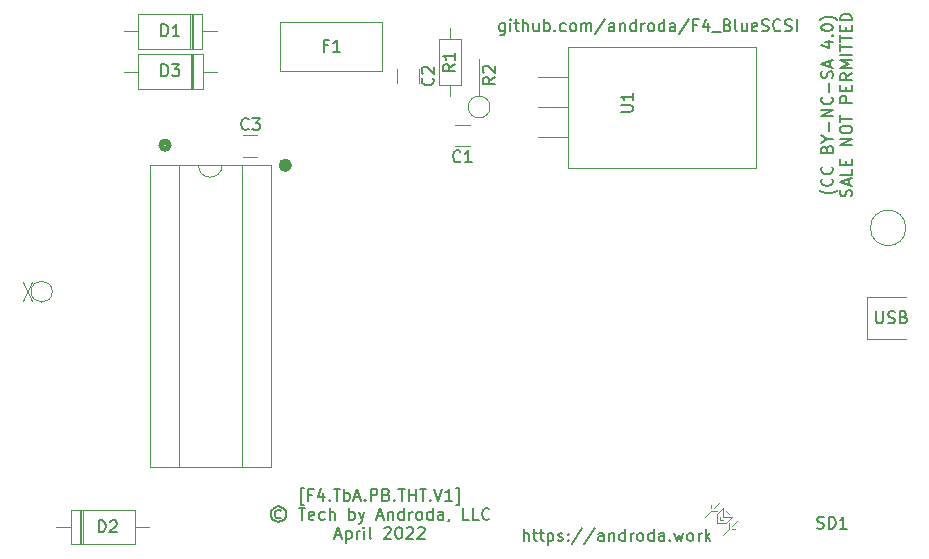
<source format=gbr>
%TF.GenerationSoftware,KiCad,Pcbnew,(6.0.2)*%
%TF.CreationDate,2022-04-05T12:49:12-06:00*%
%TF.ProjectId,PowerBook_F4_THTV1,506f7765-7242-46f6-9f6b-5f46345f5448,rev?*%
%TF.SameCoordinates,Original*%
%TF.FileFunction,Legend,Top*%
%TF.FilePolarity,Positive*%
%FSLAX46Y46*%
G04 Gerber Fmt 4.6, Leading zero omitted, Abs format (unit mm)*
G04 Created by KiCad (PCBNEW (6.0.2)) date 2022-04-05 12:49:12*
%MOMM*%
%LPD*%
G01*
G04 APERTURE LIST*
%ADD10C,0.500000*%
%ADD11C,0.150000*%
%ADD12C,0.120000*%
G04 APERTURE END LIST*
D10*
X89170624Y-74070000D02*
G75*
G03*
X89170624Y-74070000I-320624J0D01*
G01*
X78990624Y-72370000D02*
G75*
G03*
X78990624Y-72370000I-320624J0D01*
G01*
D11*
X90418139Y-102805174D02*
X90180043Y-102805174D01*
X90180043Y-101376602D01*
X90418139Y-101376602D01*
X91132424Y-101948031D02*
X90799091Y-101948031D01*
X90799091Y-102471840D02*
X90799091Y-101471840D01*
X91275281Y-101471840D01*
X92084805Y-101805174D02*
X92084805Y-102471840D01*
X91846710Y-101424221D02*
X91608615Y-102138507D01*
X92227662Y-102138507D01*
X92608615Y-102376602D02*
X92656234Y-102424221D01*
X92608615Y-102471840D01*
X92560996Y-102424221D01*
X92608615Y-102376602D01*
X92608615Y-102471840D01*
X92941948Y-101471840D02*
X93513377Y-101471840D01*
X93227662Y-102471840D02*
X93227662Y-101471840D01*
X93846710Y-102471840D02*
X93846710Y-101471840D01*
X93846710Y-101852793D02*
X93941948Y-101805174D01*
X94132424Y-101805174D01*
X94227662Y-101852793D01*
X94275281Y-101900412D01*
X94322900Y-101995650D01*
X94322900Y-102281364D01*
X94275281Y-102376602D01*
X94227662Y-102424221D01*
X94132424Y-102471840D01*
X93941948Y-102471840D01*
X93846710Y-102424221D01*
X94703853Y-102186126D02*
X95180043Y-102186126D01*
X94608615Y-102471840D02*
X94941948Y-101471840D01*
X95275281Y-102471840D01*
X95608615Y-102376602D02*
X95656234Y-102424221D01*
X95608615Y-102471840D01*
X95560996Y-102424221D01*
X95608615Y-102376602D01*
X95608615Y-102471840D01*
X96084805Y-102471840D02*
X96084805Y-101471840D01*
X96465758Y-101471840D01*
X96560996Y-101519460D01*
X96608615Y-101567079D01*
X96656234Y-101662317D01*
X96656234Y-101805174D01*
X96608615Y-101900412D01*
X96560996Y-101948031D01*
X96465758Y-101995650D01*
X96084805Y-101995650D01*
X97418139Y-101948031D02*
X97560996Y-101995650D01*
X97608615Y-102043269D01*
X97656234Y-102138507D01*
X97656234Y-102281364D01*
X97608615Y-102376602D01*
X97560996Y-102424221D01*
X97465758Y-102471840D01*
X97084805Y-102471840D01*
X97084805Y-101471840D01*
X97418139Y-101471840D01*
X97513377Y-101519460D01*
X97560996Y-101567079D01*
X97608615Y-101662317D01*
X97608615Y-101757555D01*
X97560996Y-101852793D01*
X97513377Y-101900412D01*
X97418139Y-101948031D01*
X97084805Y-101948031D01*
X98084805Y-102376602D02*
X98132424Y-102424221D01*
X98084805Y-102471840D01*
X98037186Y-102424221D01*
X98084805Y-102376602D01*
X98084805Y-102471840D01*
X98418139Y-101471840D02*
X98989567Y-101471840D01*
X98703853Y-102471840D02*
X98703853Y-101471840D01*
X99322900Y-102471840D02*
X99322900Y-101471840D01*
X99322900Y-101948031D02*
X99894329Y-101948031D01*
X99894329Y-102471840D02*
X99894329Y-101471840D01*
X100227662Y-101471840D02*
X100799091Y-101471840D01*
X100513377Y-102471840D02*
X100513377Y-101471840D01*
X101132424Y-102376602D02*
X101180043Y-102424221D01*
X101132424Y-102471840D01*
X101084805Y-102424221D01*
X101132424Y-102376602D01*
X101132424Y-102471840D01*
X101465758Y-101471840D02*
X101799091Y-102471840D01*
X102132424Y-101471840D01*
X102989567Y-102471840D02*
X102418139Y-102471840D01*
X102703853Y-102471840D02*
X102703853Y-101471840D01*
X102608615Y-101614698D01*
X102513377Y-101709936D01*
X102418139Y-101757555D01*
X103322900Y-102805174D02*
X103560996Y-102805174D01*
X103560996Y-101376602D01*
X103322900Y-101376602D01*
X88465758Y-103319936D02*
X88370520Y-103272317D01*
X88180043Y-103272317D01*
X88084805Y-103319936D01*
X87989567Y-103415174D01*
X87941948Y-103510412D01*
X87941948Y-103700888D01*
X87989567Y-103796126D01*
X88084805Y-103891364D01*
X88180043Y-103938983D01*
X88370520Y-103938983D01*
X88465758Y-103891364D01*
X88275281Y-102938983D02*
X88037186Y-102986602D01*
X87799091Y-103129460D01*
X87656234Y-103367555D01*
X87608615Y-103605650D01*
X87656234Y-103843745D01*
X87799091Y-104081840D01*
X88037186Y-104224698D01*
X88275281Y-104272317D01*
X88513377Y-104224698D01*
X88751472Y-104081840D01*
X88894329Y-103843745D01*
X88941948Y-103605650D01*
X88894329Y-103367555D01*
X88751472Y-103129460D01*
X88513377Y-102986602D01*
X88275281Y-102938983D01*
X89989567Y-103081840D02*
X90560996Y-103081840D01*
X90275281Y-104081840D02*
X90275281Y-103081840D01*
X91275281Y-104034221D02*
X91180043Y-104081840D01*
X90989567Y-104081840D01*
X90894329Y-104034221D01*
X90846710Y-103938983D01*
X90846710Y-103558031D01*
X90894329Y-103462793D01*
X90989567Y-103415174D01*
X91180043Y-103415174D01*
X91275281Y-103462793D01*
X91322900Y-103558031D01*
X91322900Y-103653269D01*
X90846710Y-103748507D01*
X92180043Y-104034221D02*
X92084805Y-104081840D01*
X91894329Y-104081840D01*
X91799091Y-104034221D01*
X91751472Y-103986602D01*
X91703853Y-103891364D01*
X91703853Y-103605650D01*
X91751472Y-103510412D01*
X91799091Y-103462793D01*
X91894329Y-103415174D01*
X92084805Y-103415174D01*
X92180043Y-103462793D01*
X92608615Y-104081840D02*
X92608615Y-103081840D01*
X93037186Y-104081840D02*
X93037186Y-103558031D01*
X92989567Y-103462793D01*
X92894329Y-103415174D01*
X92751472Y-103415174D01*
X92656234Y-103462793D01*
X92608615Y-103510412D01*
X94275281Y-104081840D02*
X94275281Y-103081840D01*
X94275281Y-103462793D02*
X94370520Y-103415174D01*
X94560996Y-103415174D01*
X94656234Y-103462793D01*
X94703853Y-103510412D01*
X94751472Y-103605650D01*
X94751472Y-103891364D01*
X94703853Y-103986602D01*
X94656234Y-104034221D01*
X94560996Y-104081840D01*
X94370520Y-104081840D01*
X94275281Y-104034221D01*
X95084805Y-103415174D02*
X95322900Y-104081840D01*
X95560996Y-103415174D02*
X95322900Y-104081840D01*
X95227662Y-104319936D01*
X95180043Y-104367555D01*
X95084805Y-104415174D01*
X96656234Y-103796126D02*
X97132424Y-103796126D01*
X96560996Y-104081840D02*
X96894329Y-103081840D01*
X97227662Y-104081840D01*
X97560996Y-103415174D02*
X97560996Y-104081840D01*
X97560996Y-103510412D02*
X97608615Y-103462793D01*
X97703853Y-103415174D01*
X97846710Y-103415174D01*
X97941948Y-103462793D01*
X97989567Y-103558031D01*
X97989567Y-104081840D01*
X98894329Y-104081840D02*
X98894329Y-103081840D01*
X98894329Y-104034221D02*
X98799091Y-104081840D01*
X98608615Y-104081840D01*
X98513377Y-104034221D01*
X98465758Y-103986602D01*
X98418139Y-103891364D01*
X98418139Y-103605650D01*
X98465758Y-103510412D01*
X98513377Y-103462793D01*
X98608615Y-103415174D01*
X98799091Y-103415174D01*
X98894329Y-103462793D01*
X99370520Y-104081840D02*
X99370520Y-103415174D01*
X99370520Y-103605650D02*
X99418139Y-103510412D01*
X99465758Y-103462793D01*
X99560996Y-103415174D01*
X99656234Y-103415174D01*
X100132424Y-104081840D02*
X100037186Y-104034221D01*
X99989567Y-103986602D01*
X99941948Y-103891364D01*
X99941948Y-103605650D01*
X99989567Y-103510412D01*
X100037186Y-103462793D01*
X100132424Y-103415174D01*
X100275281Y-103415174D01*
X100370520Y-103462793D01*
X100418139Y-103510412D01*
X100465758Y-103605650D01*
X100465758Y-103891364D01*
X100418139Y-103986602D01*
X100370520Y-104034221D01*
X100275281Y-104081840D01*
X100132424Y-104081840D01*
X101322900Y-104081840D02*
X101322900Y-103081840D01*
X101322900Y-104034221D02*
X101227662Y-104081840D01*
X101037186Y-104081840D01*
X100941948Y-104034221D01*
X100894329Y-103986602D01*
X100846710Y-103891364D01*
X100846710Y-103605650D01*
X100894329Y-103510412D01*
X100941948Y-103462793D01*
X101037186Y-103415174D01*
X101227662Y-103415174D01*
X101322900Y-103462793D01*
X102227662Y-104081840D02*
X102227662Y-103558031D01*
X102180043Y-103462793D01*
X102084805Y-103415174D01*
X101894329Y-103415174D01*
X101799091Y-103462793D01*
X102227662Y-104034221D02*
X102132424Y-104081840D01*
X101894329Y-104081840D01*
X101799091Y-104034221D01*
X101751472Y-103938983D01*
X101751472Y-103843745D01*
X101799091Y-103748507D01*
X101894329Y-103700888D01*
X102132424Y-103700888D01*
X102227662Y-103653269D01*
X102751472Y-104034221D02*
X102751472Y-104081840D01*
X102703853Y-104177079D01*
X102656234Y-104224698D01*
X104418139Y-104081840D02*
X103941948Y-104081840D01*
X103941948Y-103081840D01*
X105227662Y-104081840D02*
X104751472Y-104081840D01*
X104751472Y-103081840D01*
X106132424Y-103986602D02*
X106084805Y-104034221D01*
X105941948Y-104081840D01*
X105846710Y-104081840D01*
X105703853Y-104034221D01*
X105608615Y-103938983D01*
X105560996Y-103843745D01*
X105513377Y-103653269D01*
X105513377Y-103510412D01*
X105560996Y-103319936D01*
X105608615Y-103224698D01*
X105703853Y-103129460D01*
X105846710Y-103081840D01*
X105941948Y-103081840D01*
X106084805Y-103129460D01*
X106132424Y-103177079D01*
X93084805Y-105406126D02*
X93560996Y-105406126D01*
X92989567Y-105691840D02*
X93322900Y-104691840D01*
X93656234Y-105691840D01*
X93989567Y-105025174D02*
X93989567Y-106025174D01*
X93989567Y-105072793D02*
X94084805Y-105025174D01*
X94275281Y-105025174D01*
X94370520Y-105072793D01*
X94418139Y-105120412D01*
X94465758Y-105215650D01*
X94465758Y-105501364D01*
X94418139Y-105596602D01*
X94370520Y-105644221D01*
X94275281Y-105691840D01*
X94084805Y-105691840D01*
X93989567Y-105644221D01*
X94894329Y-105691840D02*
X94894329Y-105025174D01*
X94894329Y-105215650D02*
X94941948Y-105120412D01*
X94989567Y-105072793D01*
X95084805Y-105025174D01*
X95180043Y-105025174D01*
X95513377Y-105691840D02*
X95513377Y-105025174D01*
X95513377Y-104691840D02*
X95465758Y-104739460D01*
X95513377Y-104787079D01*
X95560996Y-104739460D01*
X95513377Y-104691840D01*
X95513377Y-104787079D01*
X96132424Y-105691840D02*
X96037186Y-105644221D01*
X95989567Y-105548983D01*
X95989567Y-104691840D01*
X97227662Y-104787079D02*
X97275281Y-104739460D01*
X97370520Y-104691840D01*
X97608615Y-104691840D01*
X97703853Y-104739460D01*
X97751472Y-104787079D01*
X97799091Y-104882317D01*
X97799091Y-104977555D01*
X97751472Y-105120412D01*
X97180043Y-105691840D01*
X97799091Y-105691840D01*
X98418139Y-104691840D02*
X98513377Y-104691840D01*
X98608615Y-104739460D01*
X98656234Y-104787079D01*
X98703853Y-104882317D01*
X98751472Y-105072793D01*
X98751472Y-105310888D01*
X98703853Y-105501364D01*
X98656234Y-105596602D01*
X98608615Y-105644221D01*
X98513377Y-105691840D01*
X98418139Y-105691840D01*
X98322900Y-105644221D01*
X98275281Y-105596602D01*
X98227662Y-105501364D01*
X98180043Y-105310888D01*
X98180043Y-105072793D01*
X98227662Y-104882317D01*
X98275281Y-104787079D01*
X98322900Y-104739460D01*
X98418139Y-104691840D01*
X99132424Y-104787079D02*
X99180043Y-104739460D01*
X99275281Y-104691840D01*
X99513377Y-104691840D01*
X99608615Y-104739460D01*
X99656234Y-104787079D01*
X99703853Y-104882317D01*
X99703853Y-104977555D01*
X99656234Y-105120412D01*
X99084805Y-105691840D01*
X99703853Y-105691840D01*
X100084805Y-104787079D02*
X100132424Y-104739460D01*
X100227662Y-104691840D01*
X100465758Y-104691840D01*
X100560996Y-104739460D01*
X100608615Y-104787079D01*
X100656234Y-104882317D01*
X100656234Y-104977555D01*
X100608615Y-105120412D01*
X100037186Y-105691840D01*
X100656234Y-105691840D01*
X109035247Y-105867460D02*
X109035247Y-104867460D01*
X109463819Y-105867460D02*
X109463819Y-105343651D01*
X109416200Y-105248413D01*
X109320961Y-105200794D01*
X109178104Y-105200794D01*
X109082866Y-105248413D01*
X109035247Y-105296032D01*
X109797152Y-105200794D02*
X110178104Y-105200794D01*
X109940009Y-104867460D02*
X109940009Y-105724603D01*
X109987628Y-105819841D01*
X110082866Y-105867460D01*
X110178104Y-105867460D01*
X110368580Y-105200794D02*
X110749533Y-105200794D01*
X110511438Y-104867460D02*
X110511438Y-105724603D01*
X110559057Y-105819841D01*
X110654295Y-105867460D01*
X110749533Y-105867460D01*
X111082866Y-105200794D02*
X111082866Y-106200794D01*
X111082866Y-105248413D02*
X111178104Y-105200794D01*
X111368580Y-105200794D01*
X111463819Y-105248413D01*
X111511438Y-105296032D01*
X111559057Y-105391270D01*
X111559057Y-105676984D01*
X111511438Y-105772222D01*
X111463819Y-105819841D01*
X111368580Y-105867460D01*
X111178104Y-105867460D01*
X111082866Y-105819841D01*
X111940009Y-105819841D02*
X112035247Y-105867460D01*
X112225723Y-105867460D01*
X112320961Y-105819841D01*
X112368580Y-105724603D01*
X112368580Y-105676984D01*
X112320961Y-105581746D01*
X112225723Y-105534127D01*
X112082866Y-105534127D01*
X111987628Y-105486508D01*
X111940009Y-105391270D01*
X111940009Y-105343651D01*
X111987628Y-105248413D01*
X112082866Y-105200794D01*
X112225723Y-105200794D01*
X112320961Y-105248413D01*
X112797152Y-105772222D02*
X112844771Y-105819841D01*
X112797152Y-105867460D01*
X112749533Y-105819841D01*
X112797152Y-105772222D01*
X112797152Y-105867460D01*
X112797152Y-105248413D02*
X112844771Y-105296032D01*
X112797152Y-105343651D01*
X112749533Y-105296032D01*
X112797152Y-105248413D01*
X112797152Y-105343651D01*
X113987628Y-104819841D02*
X113130485Y-106105556D01*
X115035247Y-104819841D02*
X114178104Y-106105556D01*
X115797152Y-105867460D02*
X115797152Y-105343651D01*
X115749533Y-105248413D01*
X115654295Y-105200794D01*
X115463819Y-105200794D01*
X115368580Y-105248413D01*
X115797152Y-105819841D02*
X115701914Y-105867460D01*
X115463819Y-105867460D01*
X115368580Y-105819841D01*
X115320961Y-105724603D01*
X115320961Y-105629365D01*
X115368580Y-105534127D01*
X115463819Y-105486508D01*
X115701914Y-105486508D01*
X115797152Y-105438889D01*
X116273342Y-105200794D02*
X116273342Y-105867460D01*
X116273342Y-105296032D02*
X116320961Y-105248413D01*
X116416200Y-105200794D01*
X116559057Y-105200794D01*
X116654295Y-105248413D01*
X116701914Y-105343651D01*
X116701914Y-105867460D01*
X117606676Y-105867460D02*
X117606676Y-104867460D01*
X117606676Y-105819841D02*
X117511438Y-105867460D01*
X117320961Y-105867460D01*
X117225723Y-105819841D01*
X117178104Y-105772222D01*
X117130485Y-105676984D01*
X117130485Y-105391270D01*
X117178104Y-105296032D01*
X117225723Y-105248413D01*
X117320961Y-105200794D01*
X117511438Y-105200794D01*
X117606676Y-105248413D01*
X118082866Y-105867460D02*
X118082866Y-105200794D01*
X118082866Y-105391270D02*
X118130485Y-105296032D01*
X118178104Y-105248413D01*
X118273342Y-105200794D01*
X118368580Y-105200794D01*
X118844771Y-105867460D02*
X118749533Y-105819841D01*
X118701914Y-105772222D01*
X118654295Y-105676984D01*
X118654295Y-105391270D01*
X118701914Y-105296032D01*
X118749533Y-105248413D01*
X118844771Y-105200794D01*
X118987628Y-105200794D01*
X119082866Y-105248413D01*
X119130485Y-105296032D01*
X119178104Y-105391270D01*
X119178104Y-105676984D01*
X119130485Y-105772222D01*
X119082866Y-105819841D01*
X118987628Y-105867460D01*
X118844771Y-105867460D01*
X120035247Y-105867460D02*
X120035247Y-104867460D01*
X120035247Y-105819841D02*
X119940009Y-105867460D01*
X119749533Y-105867460D01*
X119654295Y-105819841D01*
X119606676Y-105772222D01*
X119559057Y-105676984D01*
X119559057Y-105391270D01*
X119606676Y-105296032D01*
X119654295Y-105248413D01*
X119749533Y-105200794D01*
X119940009Y-105200794D01*
X120035247Y-105248413D01*
X120940009Y-105867460D02*
X120940009Y-105343651D01*
X120892390Y-105248413D01*
X120797152Y-105200794D01*
X120606676Y-105200794D01*
X120511438Y-105248413D01*
X120940009Y-105819841D02*
X120844771Y-105867460D01*
X120606676Y-105867460D01*
X120511438Y-105819841D01*
X120463819Y-105724603D01*
X120463819Y-105629365D01*
X120511438Y-105534127D01*
X120606676Y-105486508D01*
X120844771Y-105486508D01*
X120940009Y-105438889D01*
X121416200Y-105772222D02*
X121463819Y-105819841D01*
X121416200Y-105867460D01*
X121368580Y-105819841D01*
X121416200Y-105772222D01*
X121416200Y-105867460D01*
X121797152Y-105200794D02*
X121987628Y-105867460D01*
X122178104Y-105391270D01*
X122368580Y-105867460D01*
X122559057Y-105200794D01*
X123082866Y-105867460D02*
X122987628Y-105819841D01*
X122940009Y-105772222D01*
X122892390Y-105676984D01*
X122892390Y-105391270D01*
X122940009Y-105296032D01*
X122987628Y-105248413D01*
X123082866Y-105200794D01*
X123225723Y-105200794D01*
X123320961Y-105248413D01*
X123368580Y-105296032D01*
X123416200Y-105391270D01*
X123416200Y-105676984D01*
X123368580Y-105772222D01*
X123320961Y-105819841D01*
X123225723Y-105867460D01*
X123082866Y-105867460D01*
X123844771Y-105867460D02*
X123844771Y-105200794D01*
X123844771Y-105391270D02*
X123892390Y-105296032D01*
X123940009Y-105248413D01*
X124035247Y-105200794D01*
X124130485Y-105200794D01*
X124463819Y-105867460D02*
X124463819Y-104867460D01*
X124559057Y-105486508D02*
X124844771Y-105867460D01*
X124844771Y-105200794D02*
X124463819Y-105581746D01*
X135608333Y-76160476D02*
X135560714Y-76208095D01*
X135417857Y-76303333D01*
X135322619Y-76350952D01*
X135179761Y-76398571D01*
X134941666Y-76446190D01*
X134751190Y-76446190D01*
X134513095Y-76398571D01*
X134370238Y-76350952D01*
X134275000Y-76303333D01*
X134132142Y-76208095D01*
X134084523Y-76160476D01*
X135132142Y-75208095D02*
X135179761Y-75255714D01*
X135227380Y-75398571D01*
X135227380Y-75493809D01*
X135179761Y-75636666D01*
X135084523Y-75731904D01*
X134989285Y-75779523D01*
X134798809Y-75827142D01*
X134655952Y-75827142D01*
X134465476Y-75779523D01*
X134370238Y-75731904D01*
X134275000Y-75636666D01*
X134227380Y-75493809D01*
X134227380Y-75398571D01*
X134275000Y-75255714D01*
X134322619Y-75208095D01*
X135132142Y-74208095D02*
X135179761Y-74255714D01*
X135227380Y-74398571D01*
X135227380Y-74493809D01*
X135179761Y-74636666D01*
X135084523Y-74731904D01*
X134989285Y-74779523D01*
X134798809Y-74827142D01*
X134655952Y-74827142D01*
X134465476Y-74779523D01*
X134370238Y-74731904D01*
X134275000Y-74636666D01*
X134227380Y-74493809D01*
X134227380Y-74398571D01*
X134275000Y-74255714D01*
X134322619Y-74208095D01*
X134703571Y-72684285D02*
X134751190Y-72541428D01*
X134798809Y-72493809D01*
X134894047Y-72446190D01*
X135036904Y-72446190D01*
X135132142Y-72493809D01*
X135179761Y-72541428D01*
X135227380Y-72636666D01*
X135227380Y-73017619D01*
X134227380Y-73017619D01*
X134227380Y-72684285D01*
X134275000Y-72589047D01*
X134322619Y-72541428D01*
X134417857Y-72493809D01*
X134513095Y-72493809D01*
X134608333Y-72541428D01*
X134655952Y-72589047D01*
X134703571Y-72684285D01*
X134703571Y-73017619D01*
X134751190Y-71827142D02*
X135227380Y-71827142D01*
X134227380Y-72160476D02*
X134751190Y-71827142D01*
X134227380Y-71493809D01*
X134846428Y-71160476D02*
X134846428Y-70398571D01*
X135227380Y-69922380D02*
X134227380Y-69922380D01*
X135227380Y-69350952D01*
X134227380Y-69350952D01*
X135132142Y-68303333D02*
X135179761Y-68350952D01*
X135227380Y-68493809D01*
X135227380Y-68589047D01*
X135179761Y-68731904D01*
X135084523Y-68827142D01*
X134989285Y-68874761D01*
X134798809Y-68922380D01*
X134655952Y-68922380D01*
X134465476Y-68874761D01*
X134370238Y-68827142D01*
X134275000Y-68731904D01*
X134227380Y-68589047D01*
X134227380Y-68493809D01*
X134275000Y-68350952D01*
X134322619Y-68303333D01*
X134846428Y-67874761D02*
X134846428Y-67112857D01*
X135179761Y-66684285D02*
X135227380Y-66541428D01*
X135227380Y-66303333D01*
X135179761Y-66208095D01*
X135132142Y-66160476D01*
X135036904Y-66112857D01*
X134941666Y-66112857D01*
X134846428Y-66160476D01*
X134798809Y-66208095D01*
X134751190Y-66303333D01*
X134703571Y-66493809D01*
X134655952Y-66589047D01*
X134608333Y-66636666D01*
X134513095Y-66684285D01*
X134417857Y-66684285D01*
X134322619Y-66636666D01*
X134275000Y-66589047D01*
X134227380Y-66493809D01*
X134227380Y-66255714D01*
X134275000Y-66112857D01*
X134941666Y-65731904D02*
X134941666Y-65255714D01*
X135227380Y-65827142D02*
X134227380Y-65493809D01*
X135227380Y-65160476D01*
X134560714Y-63636666D02*
X135227380Y-63636666D01*
X134179761Y-63874761D02*
X134894047Y-64112857D01*
X134894047Y-63493809D01*
X135132142Y-63112857D02*
X135179761Y-63065238D01*
X135227380Y-63112857D01*
X135179761Y-63160476D01*
X135132142Y-63112857D01*
X135227380Y-63112857D01*
X134227380Y-62446190D02*
X134227380Y-62350952D01*
X134275000Y-62255714D01*
X134322619Y-62208095D01*
X134417857Y-62160476D01*
X134608333Y-62112857D01*
X134846428Y-62112857D01*
X135036904Y-62160476D01*
X135132142Y-62208095D01*
X135179761Y-62255714D01*
X135227380Y-62350952D01*
X135227380Y-62446190D01*
X135179761Y-62541428D01*
X135132142Y-62589047D01*
X135036904Y-62636666D01*
X134846428Y-62684285D01*
X134608333Y-62684285D01*
X134417857Y-62636666D01*
X134322619Y-62589047D01*
X134275000Y-62541428D01*
X134227380Y-62446190D01*
X135608333Y-61779523D02*
X135560714Y-61731904D01*
X135417857Y-61636666D01*
X135322619Y-61589047D01*
X135179761Y-61541428D01*
X134941666Y-61493809D01*
X134751190Y-61493809D01*
X134513095Y-61541428D01*
X134370238Y-61589047D01*
X134275000Y-61636666D01*
X134132142Y-61731904D01*
X134084523Y-61779523D01*
X136789761Y-76708095D02*
X136837380Y-76565238D01*
X136837380Y-76327142D01*
X136789761Y-76231904D01*
X136742142Y-76184285D01*
X136646904Y-76136666D01*
X136551666Y-76136666D01*
X136456428Y-76184285D01*
X136408809Y-76231904D01*
X136361190Y-76327142D01*
X136313571Y-76517619D01*
X136265952Y-76612857D01*
X136218333Y-76660476D01*
X136123095Y-76708095D01*
X136027857Y-76708095D01*
X135932619Y-76660476D01*
X135885000Y-76612857D01*
X135837380Y-76517619D01*
X135837380Y-76279523D01*
X135885000Y-76136666D01*
X136551666Y-75755714D02*
X136551666Y-75279523D01*
X136837380Y-75850952D02*
X135837380Y-75517619D01*
X136837380Y-75184285D01*
X136837380Y-74374761D02*
X136837380Y-74850952D01*
X135837380Y-74850952D01*
X136313571Y-74041428D02*
X136313571Y-73708095D01*
X136837380Y-73565238D02*
X136837380Y-74041428D01*
X135837380Y-74041428D01*
X135837380Y-73565238D01*
X136837380Y-72374761D02*
X135837380Y-72374761D01*
X136837380Y-71803333D01*
X135837380Y-71803333D01*
X135837380Y-71136666D02*
X135837380Y-70946190D01*
X135885000Y-70850952D01*
X135980238Y-70755714D01*
X136170714Y-70708095D01*
X136504047Y-70708095D01*
X136694523Y-70755714D01*
X136789761Y-70850952D01*
X136837380Y-70946190D01*
X136837380Y-71136666D01*
X136789761Y-71231904D01*
X136694523Y-71327142D01*
X136504047Y-71374761D01*
X136170714Y-71374761D01*
X135980238Y-71327142D01*
X135885000Y-71231904D01*
X135837380Y-71136666D01*
X135837380Y-70422380D02*
X135837380Y-69850952D01*
X136837380Y-70136666D02*
X135837380Y-70136666D01*
X136837380Y-68755714D02*
X135837380Y-68755714D01*
X135837380Y-68374761D01*
X135885000Y-68279523D01*
X135932619Y-68231904D01*
X136027857Y-68184285D01*
X136170714Y-68184285D01*
X136265952Y-68231904D01*
X136313571Y-68279523D01*
X136361190Y-68374761D01*
X136361190Y-68755714D01*
X136313571Y-67755714D02*
X136313571Y-67422380D01*
X136837380Y-67279523D02*
X136837380Y-67755714D01*
X135837380Y-67755714D01*
X135837380Y-67279523D01*
X136837380Y-66279523D02*
X136361190Y-66612857D01*
X136837380Y-66850952D02*
X135837380Y-66850952D01*
X135837380Y-66470000D01*
X135885000Y-66374761D01*
X135932619Y-66327142D01*
X136027857Y-66279523D01*
X136170714Y-66279523D01*
X136265952Y-66327142D01*
X136313571Y-66374761D01*
X136361190Y-66470000D01*
X136361190Y-66850952D01*
X136837380Y-65850952D02*
X135837380Y-65850952D01*
X136551666Y-65517619D01*
X135837380Y-65184285D01*
X136837380Y-65184285D01*
X136837380Y-64708095D02*
X135837380Y-64708095D01*
X135837380Y-64374761D02*
X135837380Y-63803333D01*
X136837380Y-64089047D02*
X135837380Y-64089047D01*
X135837380Y-63612857D02*
X135837380Y-63041428D01*
X136837380Y-63327142D02*
X135837380Y-63327142D01*
X136313571Y-62708095D02*
X136313571Y-62374761D01*
X136837380Y-62231904D02*
X136837380Y-62708095D01*
X135837380Y-62708095D01*
X135837380Y-62231904D01*
X136837380Y-61803333D02*
X135837380Y-61803333D01*
X135837380Y-61565238D01*
X135885000Y-61422380D01*
X135980238Y-61327142D01*
X136075476Y-61279523D01*
X136265952Y-61231904D01*
X136408809Y-61231904D01*
X136599285Y-61279523D01*
X136694523Y-61327142D01*
X136789761Y-61422380D01*
X136837380Y-61565238D01*
X136837380Y-61803333D01*
X107437142Y-62045714D02*
X107437142Y-62855238D01*
X107389523Y-62950476D01*
X107341904Y-62998095D01*
X107246666Y-63045714D01*
X107103809Y-63045714D01*
X107008571Y-62998095D01*
X107437142Y-62664761D02*
X107341904Y-62712380D01*
X107151428Y-62712380D01*
X107056190Y-62664761D01*
X107008571Y-62617142D01*
X106960952Y-62521904D01*
X106960952Y-62236190D01*
X107008571Y-62140952D01*
X107056190Y-62093333D01*
X107151428Y-62045714D01*
X107341904Y-62045714D01*
X107437142Y-62093333D01*
X107913333Y-62712380D02*
X107913333Y-62045714D01*
X107913333Y-61712380D02*
X107865714Y-61760000D01*
X107913333Y-61807619D01*
X107960952Y-61760000D01*
X107913333Y-61712380D01*
X107913333Y-61807619D01*
X108246666Y-62045714D02*
X108627619Y-62045714D01*
X108389523Y-61712380D02*
X108389523Y-62569523D01*
X108437142Y-62664761D01*
X108532380Y-62712380D01*
X108627619Y-62712380D01*
X108960952Y-62712380D02*
X108960952Y-61712380D01*
X109389523Y-62712380D02*
X109389523Y-62188571D01*
X109341904Y-62093333D01*
X109246666Y-62045714D01*
X109103809Y-62045714D01*
X109008571Y-62093333D01*
X108960952Y-62140952D01*
X110294285Y-62045714D02*
X110294285Y-62712380D01*
X109865714Y-62045714D02*
X109865714Y-62569523D01*
X109913333Y-62664761D01*
X110008571Y-62712380D01*
X110151428Y-62712380D01*
X110246666Y-62664761D01*
X110294285Y-62617142D01*
X110770476Y-62712380D02*
X110770476Y-61712380D01*
X110770476Y-62093333D02*
X110865714Y-62045714D01*
X111056190Y-62045714D01*
X111151428Y-62093333D01*
X111199047Y-62140952D01*
X111246666Y-62236190D01*
X111246666Y-62521904D01*
X111199047Y-62617142D01*
X111151428Y-62664761D01*
X111056190Y-62712380D01*
X110865714Y-62712380D01*
X110770476Y-62664761D01*
X111675238Y-62617142D02*
X111722857Y-62664761D01*
X111675238Y-62712380D01*
X111627619Y-62664761D01*
X111675238Y-62617142D01*
X111675238Y-62712380D01*
X112580000Y-62664761D02*
X112484761Y-62712380D01*
X112294285Y-62712380D01*
X112199047Y-62664761D01*
X112151428Y-62617142D01*
X112103809Y-62521904D01*
X112103809Y-62236190D01*
X112151428Y-62140952D01*
X112199047Y-62093333D01*
X112294285Y-62045714D01*
X112484761Y-62045714D01*
X112580000Y-62093333D01*
X113151428Y-62712380D02*
X113056190Y-62664761D01*
X113008571Y-62617142D01*
X112960952Y-62521904D01*
X112960952Y-62236190D01*
X113008571Y-62140952D01*
X113056190Y-62093333D01*
X113151428Y-62045714D01*
X113294285Y-62045714D01*
X113389523Y-62093333D01*
X113437142Y-62140952D01*
X113484761Y-62236190D01*
X113484761Y-62521904D01*
X113437142Y-62617142D01*
X113389523Y-62664761D01*
X113294285Y-62712380D01*
X113151428Y-62712380D01*
X113913333Y-62712380D02*
X113913333Y-62045714D01*
X113913333Y-62140952D02*
X113960952Y-62093333D01*
X114056190Y-62045714D01*
X114199047Y-62045714D01*
X114294285Y-62093333D01*
X114341904Y-62188571D01*
X114341904Y-62712380D01*
X114341904Y-62188571D02*
X114389523Y-62093333D01*
X114484761Y-62045714D01*
X114627619Y-62045714D01*
X114722857Y-62093333D01*
X114770476Y-62188571D01*
X114770476Y-62712380D01*
X115960952Y-61664761D02*
X115103809Y-62950476D01*
X116722857Y-62712380D02*
X116722857Y-62188571D01*
X116675238Y-62093333D01*
X116580000Y-62045714D01*
X116389523Y-62045714D01*
X116294285Y-62093333D01*
X116722857Y-62664761D02*
X116627619Y-62712380D01*
X116389523Y-62712380D01*
X116294285Y-62664761D01*
X116246666Y-62569523D01*
X116246666Y-62474285D01*
X116294285Y-62379047D01*
X116389523Y-62331428D01*
X116627619Y-62331428D01*
X116722857Y-62283809D01*
X117199047Y-62045714D02*
X117199047Y-62712380D01*
X117199047Y-62140952D02*
X117246666Y-62093333D01*
X117341904Y-62045714D01*
X117484761Y-62045714D01*
X117580000Y-62093333D01*
X117627619Y-62188571D01*
X117627619Y-62712380D01*
X118532380Y-62712380D02*
X118532380Y-61712380D01*
X118532380Y-62664761D02*
X118437142Y-62712380D01*
X118246666Y-62712380D01*
X118151428Y-62664761D01*
X118103809Y-62617142D01*
X118056190Y-62521904D01*
X118056190Y-62236190D01*
X118103809Y-62140952D01*
X118151428Y-62093333D01*
X118246666Y-62045714D01*
X118437142Y-62045714D01*
X118532380Y-62093333D01*
X119008571Y-62712380D02*
X119008571Y-62045714D01*
X119008571Y-62236190D02*
X119056190Y-62140952D01*
X119103809Y-62093333D01*
X119199047Y-62045714D01*
X119294285Y-62045714D01*
X119770476Y-62712380D02*
X119675238Y-62664761D01*
X119627619Y-62617142D01*
X119580000Y-62521904D01*
X119580000Y-62236190D01*
X119627619Y-62140952D01*
X119675238Y-62093333D01*
X119770476Y-62045714D01*
X119913333Y-62045714D01*
X120008571Y-62093333D01*
X120056190Y-62140952D01*
X120103809Y-62236190D01*
X120103809Y-62521904D01*
X120056190Y-62617142D01*
X120008571Y-62664761D01*
X119913333Y-62712380D01*
X119770476Y-62712380D01*
X120960952Y-62712380D02*
X120960952Y-61712380D01*
X120960952Y-62664761D02*
X120865714Y-62712380D01*
X120675238Y-62712380D01*
X120580000Y-62664761D01*
X120532380Y-62617142D01*
X120484761Y-62521904D01*
X120484761Y-62236190D01*
X120532380Y-62140952D01*
X120580000Y-62093333D01*
X120675238Y-62045714D01*
X120865714Y-62045714D01*
X120960952Y-62093333D01*
X121865714Y-62712380D02*
X121865714Y-62188571D01*
X121818095Y-62093333D01*
X121722857Y-62045714D01*
X121532380Y-62045714D01*
X121437142Y-62093333D01*
X121865714Y-62664761D02*
X121770476Y-62712380D01*
X121532380Y-62712380D01*
X121437142Y-62664761D01*
X121389523Y-62569523D01*
X121389523Y-62474285D01*
X121437142Y-62379047D01*
X121532380Y-62331428D01*
X121770476Y-62331428D01*
X121865714Y-62283809D01*
X123056190Y-61664761D02*
X122199047Y-62950476D01*
X123722857Y-62188571D02*
X123389523Y-62188571D01*
X123389523Y-62712380D02*
X123389523Y-61712380D01*
X123865714Y-61712380D01*
X124675238Y-62045714D02*
X124675238Y-62712380D01*
X124437142Y-61664761D02*
X124199047Y-62379047D01*
X124818095Y-62379047D01*
X124960952Y-62807619D02*
X125722857Y-62807619D01*
X126294285Y-62188571D02*
X126437142Y-62236190D01*
X126484761Y-62283809D01*
X126532380Y-62379047D01*
X126532380Y-62521904D01*
X126484761Y-62617142D01*
X126437142Y-62664761D01*
X126341904Y-62712380D01*
X125960952Y-62712380D01*
X125960952Y-61712380D01*
X126294285Y-61712380D01*
X126389523Y-61760000D01*
X126437142Y-61807619D01*
X126484761Y-61902857D01*
X126484761Y-61998095D01*
X126437142Y-62093333D01*
X126389523Y-62140952D01*
X126294285Y-62188571D01*
X125960952Y-62188571D01*
X127103809Y-62712380D02*
X127008571Y-62664761D01*
X126960952Y-62569523D01*
X126960952Y-61712380D01*
X127913333Y-62045714D02*
X127913333Y-62712380D01*
X127484761Y-62045714D02*
X127484761Y-62569523D01*
X127532380Y-62664761D01*
X127627619Y-62712380D01*
X127770476Y-62712380D01*
X127865714Y-62664761D01*
X127913333Y-62617142D01*
X128770476Y-62664761D02*
X128675238Y-62712380D01*
X128484761Y-62712380D01*
X128389523Y-62664761D01*
X128341904Y-62569523D01*
X128341904Y-62188571D01*
X128389523Y-62093333D01*
X128484761Y-62045714D01*
X128675238Y-62045714D01*
X128770476Y-62093333D01*
X128818095Y-62188571D01*
X128818095Y-62283809D01*
X128341904Y-62379047D01*
X129199047Y-62664761D02*
X129341904Y-62712380D01*
X129580000Y-62712380D01*
X129675238Y-62664761D01*
X129722857Y-62617142D01*
X129770476Y-62521904D01*
X129770476Y-62426666D01*
X129722857Y-62331428D01*
X129675238Y-62283809D01*
X129580000Y-62236190D01*
X129389523Y-62188571D01*
X129294285Y-62140952D01*
X129246666Y-62093333D01*
X129199047Y-61998095D01*
X129199047Y-61902857D01*
X129246666Y-61807619D01*
X129294285Y-61760000D01*
X129389523Y-61712380D01*
X129627619Y-61712380D01*
X129770476Y-61760000D01*
X130770476Y-62617142D02*
X130722857Y-62664761D01*
X130580000Y-62712380D01*
X130484761Y-62712380D01*
X130341904Y-62664761D01*
X130246666Y-62569523D01*
X130199047Y-62474285D01*
X130151428Y-62283809D01*
X130151428Y-62140952D01*
X130199047Y-61950476D01*
X130246666Y-61855238D01*
X130341904Y-61760000D01*
X130484761Y-61712380D01*
X130580000Y-61712380D01*
X130722857Y-61760000D01*
X130770476Y-61807619D01*
X131151428Y-62664761D02*
X131294285Y-62712380D01*
X131532380Y-62712380D01*
X131627619Y-62664761D01*
X131675238Y-62617142D01*
X131722857Y-62521904D01*
X131722857Y-62426666D01*
X131675238Y-62331428D01*
X131627619Y-62283809D01*
X131532380Y-62236190D01*
X131341904Y-62188571D01*
X131246666Y-62140952D01*
X131199047Y-62093333D01*
X131151428Y-61998095D01*
X131151428Y-61902857D01*
X131199047Y-61807619D01*
X131246666Y-61760000D01*
X131341904Y-61712380D01*
X131580000Y-61712380D01*
X131722857Y-61760000D01*
X132151428Y-62712380D02*
X132151428Y-61712380D01*
%TO.C,SD1*%
X133871775Y-104779281D02*
X134014632Y-104826900D01*
X134252727Y-104826900D01*
X134347965Y-104779281D01*
X134395584Y-104731662D01*
X134443203Y-104636424D01*
X134443203Y-104541186D01*
X134395584Y-104445948D01*
X134347965Y-104398329D01*
X134252727Y-104350710D01*
X134062251Y-104303091D01*
X133967013Y-104255472D01*
X133919394Y-104207853D01*
X133871775Y-104112615D01*
X133871775Y-104017377D01*
X133919394Y-103922139D01*
X133967013Y-103874520D01*
X134062251Y-103826900D01*
X134300346Y-103826900D01*
X134443203Y-103874520D01*
X134871775Y-104826900D02*
X134871775Y-103826900D01*
X135109870Y-103826900D01*
X135252727Y-103874520D01*
X135347965Y-103969758D01*
X135395584Y-104064996D01*
X135443203Y-104255472D01*
X135443203Y-104398329D01*
X135395584Y-104588805D01*
X135347965Y-104684043D01*
X135252727Y-104779281D01*
X135109870Y-104826900D01*
X134871775Y-104826900D01*
X136395584Y-104826900D02*
X135824156Y-104826900D01*
X136109870Y-104826900D02*
X136109870Y-103826900D01*
X136014632Y-103969758D01*
X135919394Y-104064996D01*
X135824156Y-104112615D01*
%TO.C,C1*%
X103685887Y-73715775D02*
X103638268Y-73763394D01*
X103495411Y-73811013D01*
X103400173Y-73811013D01*
X103257315Y-73763394D01*
X103162077Y-73668156D01*
X103114458Y-73572918D01*
X103066839Y-73382442D01*
X103066839Y-73239585D01*
X103114458Y-73049109D01*
X103162077Y-72953871D01*
X103257315Y-72858633D01*
X103400173Y-72811013D01*
X103495411Y-72811013D01*
X103638268Y-72858633D01*
X103685887Y-72906252D01*
X104638268Y-73811013D02*
X104066839Y-73811013D01*
X104352554Y-73811013D02*
X104352554Y-72811013D01*
X104257315Y-72953871D01*
X104162077Y-73049109D01*
X104066839Y-73096728D01*
%TO.C,C2*%
X101322142Y-66689266D02*
X101369761Y-66736885D01*
X101417380Y-66879742D01*
X101417380Y-66974980D01*
X101369761Y-67117838D01*
X101274523Y-67213076D01*
X101179285Y-67260695D01*
X100988809Y-67308314D01*
X100845952Y-67308314D01*
X100655476Y-67260695D01*
X100560238Y-67213076D01*
X100465000Y-67117838D01*
X100417380Y-66974980D01*
X100417380Y-66879742D01*
X100465000Y-66736885D01*
X100512619Y-66689266D01*
X100512619Y-66308314D02*
X100465000Y-66260695D01*
X100417380Y-66165457D01*
X100417380Y-65927361D01*
X100465000Y-65832123D01*
X100512619Y-65784504D01*
X100607857Y-65736885D01*
X100703095Y-65736885D01*
X100845952Y-65784504D01*
X101417380Y-66355933D01*
X101417380Y-65736885D01*
%TO.C,C3*%
X85742813Y-70971682D02*
X85695194Y-71019301D01*
X85552337Y-71066920D01*
X85457099Y-71066920D01*
X85314241Y-71019301D01*
X85219003Y-70924063D01*
X85171384Y-70828825D01*
X85123765Y-70638349D01*
X85123765Y-70495492D01*
X85171384Y-70305016D01*
X85219003Y-70209778D01*
X85314241Y-70114540D01*
X85457099Y-70066920D01*
X85552337Y-70066920D01*
X85695194Y-70114540D01*
X85742813Y-70162159D01*
X86076146Y-70066920D02*
X86695194Y-70066920D01*
X86361860Y-70447873D01*
X86504718Y-70447873D01*
X86599956Y-70495492D01*
X86647575Y-70543111D01*
X86695194Y-70638349D01*
X86695194Y-70876444D01*
X86647575Y-70971682D01*
X86599956Y-71019301D01*
X86504718Y-71066920D01*
X86219003Y-71066920D01*
X86123765Y-71019301D01*
X86076146Y-70971682D01*
%TO.C,D2*%
X73064144Y-105141020D02*
X73064144Y-104141020D01*
X73302240Y-104141020D01*
X73445097Y-104188640D01*
X73540335Y-104283878D01*
X73587954Y-104379116D01*
X73635573Y-104569592D01*
X73635573Y-104712449D01*
X73587954Y-104902925D01*
X73540335Y-104998163D01*
X73445097Y-105093401D01*
X73302240Y-105141020D01*
X73064144Y-105141020D01*
X74016525Y-104236259D02*
X74064144Y-104188640D01*
X74159382Y-104141020D01*
X74397478Y-104141020D01*
X74492716Y-104188640D01*
X74540335Y-104236259D01*
X74587954Y-104331497D01*
X74587954Y-104426735D01*
X74540335Y-104569592D01*
X73968906Y-105141020D01*
X74587954Y-105141020D01*
%TO.C,D3*%
X78365124Y-66530480D02*
X78365124Y-65530480D01*
X78603220Y-65530480D01*
X78746077Y-65578100D01*
X78841315Y-65673338D01*
X78888934Y-65768576D01*
X78936553Y-65959052D01*
X78936553Y-66101909D01*
X78888934Y-66292385D01*
X78841315Y-66387623D01*
X78746077Y-66482861D01*
X78603220Y-66530480D01*
X78365124Y-66530480D01*
X79269886Y-65530480D02*
X79888934Y-65530480D01*
X79555600Y-65911433D01*
X79698458Y-65911433D01*
X79793696Y-65959052D01*
X79841315Y-66006671D01*
X79888934Y-66101909D01*
X79888934Y-66340004D01*
X79841315Y-66435242D01*
X79793696Y-66482861D01*
X79698458Y-66530480D01*
X79412743Y-66530480D01*
X79317505Y-66482861D01*
X79269886Y-66435242D01*
%TO.C,R1*%
X103194014Y-65515319D02*
X102717824Y-65848653D01*
X103194014Y-66086748D02*
X102194014Y-66086748D01*
X102194014Y-65705795D01*
X102241634Y-65610557D01*
X102289253Y-65562938D01*
X102384491Y-65515319D01*
X102527348Y-65515319D01*
X102622586Y-65562938D01*
X102670205Y-65610557D01*
X102717824Y-65705795D01*
X102717824Y-66086748D01*
X103194014Y-64562938D02*
X103194014Y-65134367D01*
X103194014Y-64848653D02*
X102194014Y-64848653D01*
X102336872Y-64943891D01*
X102432110Y-65039129D01*
X102479729Y-65134367D01*
%TO.C,R2*%
X106582375Y-66599899D02*
X106106185Y-66933233D01*
X106582375Y-67171328D02*
X105582375Y-67171328D01*
X105582375Y-66790375D01*
X105629995Y-66695137D01*
X105677614Y-66647518D01*
X105772852Y-66599899D01*
X105915709Y-66599899D01*
X106010947Y-66647518D01*
X106058566Y-66695137D01*
X106106185Y-66790375D01*
X106106185Y-67171328D01*
X105677614Y-66218947D02*
X105629995Y-66171328D01*
X105582375Y-66076090D01*
X105582375Y-65837994D01*
X105629995Y-65742756D01*
X105677614Y-65695137D01*
X105772852Y-65647518D01*
X105868090Y-65647518D01*
X106010947Y-65695137D01*
X106582375Y-66266566D01*
X106582375Y-65647518D01*
%TO.C,U1*%
X117272380Y-69551904D02*
X118081904Y-69551904D01*
X118177142Y-69504285D01*
X118224761Y-69456666D01*
X118272380Y-69361428D01*
X118272380Y-69170952D01*
X118224761Y-69075714D01*
X118177142Y-69028095D01*
X118081904Y-68980476D01*
X117272380Y-68980476D01*
X118272380Y-67980476D02*
X118272380Y-68551904D01*
X118272380Y-68266190D02*
X117272380Y-68266190D01*
X117415238Y-68361428D01*
X117510476Y-68456666D01*
X117558095Y-68551904D01*
%TO.C,D1*%
X78365124Y-63134500D02*
X78365124Y-62134500D01*
X78603220Y-62134500D01*
X78746077Y-62182120D01*
X78841315Y-62277358D01*
X78888934Y-62372596D01*
X78936553Y-62563072D01*
X78936553Y-62705929D01*
X78888934Y-62896405D01*
X78841315Y-62991643D01*
X78746077Y-63086881D01*
X78603220Y-63134500D01*
X78365124Y-63134500D01*
X79888934Y-63134500D02*
X79317505Y-63134500D01*
X79603220Y-63134500D02*
X79603220Y-62134500D01*
X79507981Y-62277358D01*
X79412743Y-62372596D01*
X79317505Y-62420215D01*
%TO.C,F1*%
X92447786Y-63921331D02*
X92114453Y-63921331D01*
X92114453Y-64445140D02*
X92114453Y-63445140D01*
X92590643Y-63445140D01*
X93495405Y-64445140D02*
X92923977Y-64445140D01*
X93209691Y-64445140D02*
X93209691Y-63445140D01*
X93114453Y-63587998D01*
X93019215Y-63683236D01*
X92923977Y-63730855D01*
%TO.C,BPF4*%
X138882595Y-86444840D02*
X138882595Y-87254364D01*
X138930214Y-87349602D01*
X138977833Y-87397221D01*
X139073071Y-87444840D01*
X139263547Y-87444840D01*
X139358785Y-87397221D01*
X139406404Y-87349602D01*
X139454023Y-87254364D01*
X139454023Y-86444840D01*
X139882595Y-87397221D02*
X140025452Y-87444840D01*
X140263547Y-87444840D01*
X140358785Y-87397221D01*
X140406404Y-87349602D01*
X140454023Y-87254364D01*
X140454023Y-87159126D01*
X140406404Y-87063888D01*
X140358785Y-87016269D01*
X140263547Y-86968650D01*
X140073071Y-86921031D01*
X139977833Y-86873412D01*
X139930214Y-86825793D01*
X139882595Y-86730555D01*
X139882595Y-86635317D01*
X139930214Y-86540079D01*
X139977833Y-86492460D01*
X140073071Y-86444840D01*
X140311166Y-86444840D01*
X140454023Y-86492460D01*
X141215928Y-86921031D02*
X141358785Y-86968650D01*
X141406404Y-87016269D01*
X141454023Y-87111507D01*
X141454023Y-87254364D01*
X141406404Y-87349602D01*
X141358785Y-87397221D01*
X141263547Y-87444840D01*
X140882595Y-87444840D01*
X140882595Y-86444840D01*
X141215928Y-86444840D01*
X141311166Y-86492460D01*
X141358785Y-86540079D01*
X141406404Y-86635317D01*
X141406404Y-86730555D01*
X141358785Y-86825793D01*
X141311166Y-86873412D01*
X141215928Y-86921031D01*
X140882595Y-86921031D01*
D12*
%TO.C,J2*%
X67434560Y-85563400D02*
X66634560Y-83963400D01*
X67434560Y-83963400D02*
X66634560Y-85563400D01*
X69128987Y-84763400D02*
G75*
G03*
X69128987Y-84763400I-894427J0D01*
G01*
%TO.C,C1*%
X104454618Y-72448633D02*
X103250490Y-72448633D01*
X104454618Y-70628633D02*
X103250490Y-70628633D01*
%TO.C,C2*%
X98323895Y-67112437D02*
X98323895Y-65908309D01*
X100143895Y-67112437D02*
X100143895Y-65908309D01*
%TO.C,C3*%
X85285496Y-73360960D02*
X86489624Y-73360960D01*
X85285496Y-71540960D02*
X86489624Y-71540960D01*
%TO.C,D2*%
X71596160Y-103231340D02*
X71596160Y-106171340D01*
X69476160Y-104701340D02*
X70696160Y-104701340D01*
X71476160Y-103231340D02*
X71476160Y-106171340D01*
X76136160Y-106171340D02*
X76136160Y-103231340D01*
X76136160Y-103231340D02*
X70696160Y-103231340D01*
X70696160Y-103231340D02*
X70696160Y-106171340D01*
X77356160Y-104701340D02*
X76136160Y-104701340D01*
X70696160Y-106171340D02*
X76136160Y-106171340D01*
X71716160Y-103231340D02*
X71716160Y-106171340D01*
%TO.C,D3*%
X80958780Y-67614140D02*
X80958780Y-64674140D01*
X76418780Y-64674140D02*
X76418780Y-67614140D01*
X83078780Y-66144140D02*
X81858780Y-66144140D01*
X81078780Y-67614140D02*
X81078780Y-64674140D01*
X81858780Y-64674140D02*
X76418780Y-64674140D01*
X76418780Y-67614140D02*
X81858780Y-67614140D01*
X81858780Y-67614140D02*
X81858780Y-64674140D01*
X80838780Y-67614140D02*
X80838780Y-64674140D01*
X75198780Y-66144140D02*
X76418780Y-66144140D01*
%TO.C,R1*%
X102802594Y-62455792D02*
X102802594Y-63405792D01*
X102802594Y-68195792D02*
X102802594Y-67245792D01*
X101882594Y-63405792D02*
X101882594Y-67245792D01*
X101882594Y-67245792D02*
X103722594Y-67245792D01*
X103722594Y-67245792D02*
X103722594Y-63405792D01*
X103722594Y-63405792D02*
X101882594Y-63405792D01*
%TO.C,R2*%
X105261315Y-68215793D02*
X105261315Y-65055793D01*
X106181315Y-69135793D02*
G75*
G03*
X106181315Y-69135793I-920000J0D01*
G01*
%TO.C,U1*%
X128714815Y-74268493D02*
X112824815Y-74268493D01*
X112824815Y-69148493D02*
X110284815Y-69148493D01*
X128714815Y-64028493D02*
X112824815Y-64028493D01*
X112824815Y-71688493D02*
X110284815Y-71688493D01*
X112824815Y-66608493D02*
X110284815Y-66608493D01*
X112824815Y-64028493D02*
X112824815Y-74268493D01*
X128714815Y-64028493D02*
X128714815Y-74268493D01*
%TO.C,U2*%
X87639200Y-74012440D02*
X77359200Y-74012440D01*
X79849200Y-99592440D02*
X85149200Y-99592440D01*
X81499200Y-74072440D02*
X79849200Y-74072440D01*
X77359200Y-74012440D02*
X77359200Y-99652440D01*
X77359200Y-99652440D02*
X87639200Y-99652440D01*
X79849200Y-74072440D02*
X79849200Y-99592440D01*
X87639200Y-99652440D02*
X87639200Y-74012440D01*
X85149200Y-99592440D02*
X85149200Y-74072440D01*
X85149200Y-74072440D02*
X83499200Y-74072440D01*
X81499200Y-74072440D02*
G75*
G03*
X83499200Y-74072440I1000000J0D01*
G01*
%TO.C,D1*%
X81828300Y-64187680D02*
X81828300Y-61247680D01*
X75168300Y-62717680D02*
X76388300Y-62717680D01*
X81828300Y-61247680D02*
X76388300Y-61247680D01*
X83048300Y-62717680D02*
X81828300Y-62717680D01*
X80808300Y-64187680D02*
X80808300Y-61247680D01*
X81048300Y-64187680D02*
X81048300Y-61247680D01*
X80928300Y-64187680D02*
X80928300Y-61247680D01*
X76388300Y-64187680D02*
X81828300Y-64187680D01*
X76388300Y-61247680D02*
X76388300Y-64187680D01*
%TO.C,F1*%
X88402221Y-61960440D02*
X88402221Y-66060440D01*
X88402221Y-61960440D02*
X97002221Y-61960440D01*
X97002221Y-61960440D02*
X97002221Y-66060440D01*
X88402221Y-66060440D02*
X97002221Y-66060440D01*
%TO.C,BPF4*%
X141414500Y-85214460D02*
X138112500Y-85214460D01*
X138112500Y-88770460D02*
X141414500Y-88770460D01*
X138112500Y-85214460D02*
X138112500Y-88770460D01*
X141390500Y-79372460D02*
G75*
G03*
X141390500Y-79372460I-1500000J0D01*
G01*
%TO.C,REF\u002A\u002A*%
X125394720Y-103375460D02*
X124886720Y-103375460D01*
X125902720Y-103121460D02*
X125902720Y-103883460D01*
X125902720Y-103883460D02*
X126664720Y-103883460D01*
X125394720Y-103629460D02*
X125902720Y-103121460D01*
X124886720Y-103375460D02*
X124378720Y-103883460D01*
X126664720Y-104899460D02*
X126918720Y-104899460D01*
X125394720Y-104391460D02*
X125394720Y-103629460D01*
X126410720Y-104899460D02*
X125902720Y-105407460D01*
X126664720Y-104645460D02*
X127172720Y-104137460D01*
X125140720Y-103121460D02*
X125648720Y-102613460D01*
X126156720Y-104391460D02*
X125394720Y-104391460D01*
X125648720Y-103883460D02*
X125648720Y-104137460D01*
X126156720Y-104391460D02*
X126664720Y-103883460D01*
X126410720Y-104391460D02*
X126410720Y-104899460D01*
X126410720Y-103629460D02*
X126156720Y-103375460D01*
X125648720Y-104137460D02*
X125902720Y-104137460D01*
X124886720Y-103121460D02*
X124886720Y-102867460D01*
%TD*%
M02*

</source>
